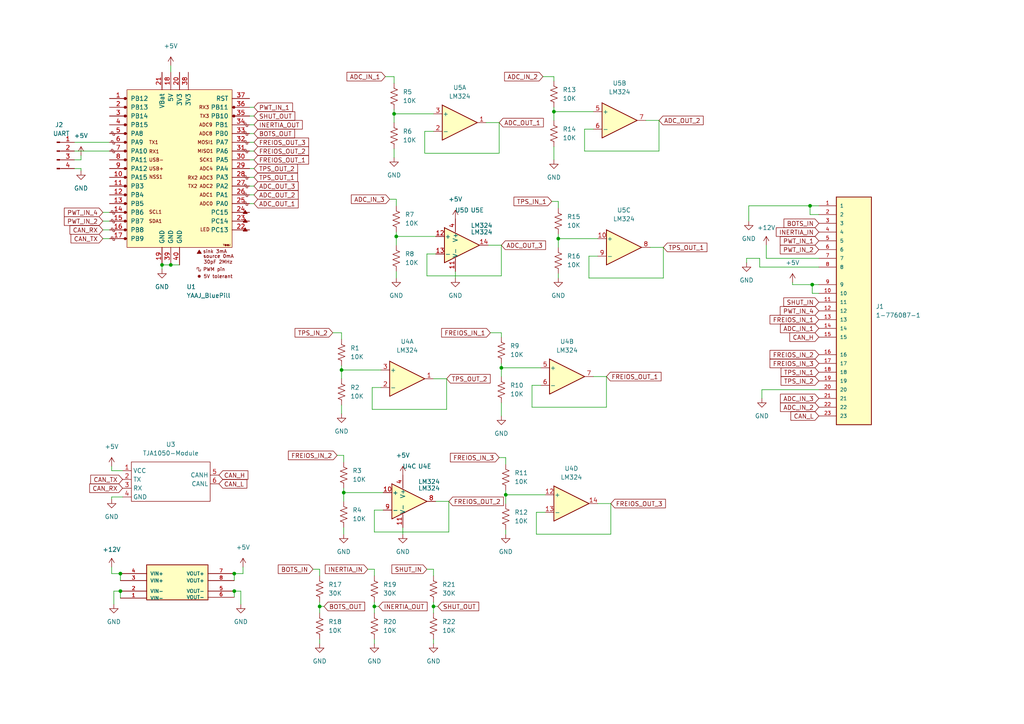
<source format=kicad_sch>
(kicad_sch (version 20211123) (generator eeschema)
  (paper "A4")
  (lib_symbols
    (symbol "1-776087-1:1-776087-1" (pin_names (offset 1.016))
      (property "Reference" "J" (at -5.08 33.7058 0))
      (property "Value" "1-776087-1" (at -5.08 -35.56 0))
      (symbol "1-776087-1_0_0"
        (rectangle (start -5.08 -33.02) (end 5.08 33.02) (stroke (width 0.254)) (fill (type background)))
        (pin passive line (at -10.16 30.48 0) (length 5.08) (name "1") (number "1"))
        (pin passive line (at -10.16 5.08 0) (length 5.08) (name "10") (number "10"))
        (pin passive line (at -10.16 2.54 0) (length 5.08) (name "11") (number "11"))
        (pin passive line (at -10.16 0 0) (length 5.08) (name "12") (number "12"))
        (pin passive line (at -10.16 -2.54 0) (length 5.08) (name "13") (number "13"))
        (pin passive line (at -10.16 -5.08 0) (length 5.08) (name "14") (number "14"))
        (pin passive line (at -10.16 -7.62 0) (length 5.08) (name "15") (number "15"))
        (pin passive line (at -10.16 -12.7 0) (length 5.08) (name "16") (number "16"))
        (pin passive line (at -10.16 -15.24 0) (length 5.08) (name "17") (number "17"))
        (pin passive line (at -10.16 -17.78 0) (length 5.08) (name "18") (number "18"))
        (pin passive line (at -10.16 -20.32 0) (length 5.08) (name "19") (number "19"))
        (pin passive line (at -10.16 27.94 0) (length 5.08) (name "2") (number "2"))
        (pin passive line (at -10.16 -22.86 0) (length 5.08) (name "20") (number "20"))
        (pin passive line (at -10.16 -25.4 0) (length 5.08) (name "21") (number "21"))
        (pin passive line (at -10.16 -27.94 0) (length 5.08) (name "22") (number "22"))
        (pin passive line (at -10.16 -30.48 0) (length 5.08) (name "23") (number "23"))
        (pin passive line (at -10.16 25.4 0) (length 5.08) (name "3") (number "3"))
        (pin passive line (at -10.16 22.86 0) (length 5.08) (name "4") (number "4"))
        (pin passive line (at -10.16 20.32 0) (length 5.08) (name "5") (number "5"))
        (pin passive line (at -10.16 17.78 0) (length 5.08) (name "6") (number "6"))
        (pin passive line (at -10.16 15.24 0) (length 5.08) (name "7") (number "7"))
        (pin passive line (at -10.16 12.7 0) (length 5.08) (name "8") (number "8"))
        (pin passive line (at -10.16 7.62 0) (length 5.08) (name "9") (number "9"))
      )
    )
    (symbol "Amplifier_Operational:LM324" (pin_names (offset 0.127))
      (property "Reference" "U" (at 0 5.08 0))
      (property "Value" "LM324" (at 0 -5.08 0))
      (symbol "LM324_1_1"
        (polyline (pts (xy -5.08 5.08) (xy 5.08 0) (xy -5.08 -5.08) (xy -5.08 5.08)) (stroke (width 0.254)) (fill (type background)))
        (pin output line (at 7.62 0 180) (length 2.54) (name "~") (number "1"))
        (pin input line (at -7.62 -2.54 0) (length 2.54) (name "-") (number "2"))
        (pin input line (at -7.62 2.54 0) (length 2.54) (name "+") (number "3"))
      )
      (symbol "LM324_2_1"
        (polyline (pts (xy -5.08 5.08) (xy 5.08 0) (xy -5.08 -5.08) (xy -5.08 5.08)) (stroke (width 0.254)) (fill (type background)))
        (pin input line (at -7.62 2.54 0) (length 2.54) (name "+") (number "5"))
        (pin input line (at -7.62 -2.54 0) (length 2.54) (name "-") (number "6"))
        (pin output line (at 7.62 0 180) (length 2.54) (name "~") (number "7"))
      )
      (symbol "LM324_3_1"
        (polyline (pts (xy -5.08 5.08) (xy 5.08 0) (xy -5.08 -5.08) (xy -5.08 5.08)) (stroke (width 0.254)) (fill (type background)))
        (pin input line (at -7.62 2.54 0) (length 2.54) (name "+") (number "10"))
        (pin output line (at 7.62 0 180) (length 2.54) (name "~") (number "8"))
        (pin input line (at -7.62 -2.54 0) (length 2.54) (name "-") (number "9"))
      )
      (symbol "LM324_4_1"
        (polyline (pts (xy -5.08 5.08) (xy 5.08 0) (xy -5.08 -5.08) (xy -5.08 5.08)) (stroke (width 0.254)) (fill (type background)))
        (pin input line (at -7.62 2.54 0) (length 2.54) (name "+") (number "12"))
        (pin input line (at -7.62 -2.54 0) (length 2.54) (name "-") (number "13"))
        (pin output line (at 7.62 0 180) (length 2.54) (name "~") (number "14"))
      )
      (symbol "LM324_5_1"
        (pin power_in line (at -2.54 -7.62 90) (length 3.81) (name "V-") (number "11"))
        (pin power_in line (at -2.54 7.62 270) (length 3.81) (name "V+") (number "4"))
      )
    )
    (symbol "Cheetah:TJA1050-Module"
      (property "Reference" "U" (at 1.27 -1.27 0))
      (property "Value" "TJA1050-Module" (at 8.89 -3.81 0))
      (symbol "TJA1050-Module_0_1"
        (rectangle (start 0 11.43) (end 22.86 0) (stroke (width 0.1524)))
      )
      (symbol "TJA1050-Module_1_1"
        (pin passive line (at -2.54 8.89 0) (length 2.54) (name "VCC") (number "1"))
        (pin passive line (at -2.54 6.35 0) (length 2.54) (name "TX") (number "2"))
        (pin passive line (at -2.54 3.81 0) (length 2.54) (name "RX") (number "3"))
        (pin passive line (at -2.54 1.27 0) (length 2.54) (name "GND") (number "4"))
        (pin passive line (at 25.4 7.62 180) (length 2.54) (name "CANH") (number "5"))
        (pin passive line (at 25.4 5.08 180) (length 2.54) (name "CANL") (number "6"))
      )
    )
    (symbol "Connector:Conn_01x04_Male" (pin_names (offset 1.016) hide)
      (property "Reference" "J" (at 0 5.08 0))
      (property "Value" "Conn_01x04_Male" (at 0 -7.62 0))
      (symbol "Conn_01x04_Male_1_1"
        (polyline (pts (xy 1.27 -5.08) (xy 0.8636 -5.08)) (stroke (width 0.1524)))
        (polyline (pts (xy 1.27 -2.54) (xy 0.8636 -2.54)) (stroke (width 0.1524)))
        (polyline (pts (xy 1.27 0) (xy 0.8636 0)) (stroke (width 0.1524)))
        (polyline (pts (xy 1.27 2.54) (xy 0.8636 2.54)) (stroke (width 0.1524)))
        (rectangle (start 0.8636 -4.953) (end 0 -5.207) (stroke (width 0.1524)) (fill (type outline)))
        (rectangle (start 0.8636 -2.413) (end 0 -2.667) (stroke (width 0.1524)) (fill (type outline)))
        (rectangle (start 0.8636 0.127) (end 0 -0.127) (stroke (width 0.1524)) (fill (type outline)))
        (rectangle (start 0.8636 2.667) (end 0 2.413) (stroke (width 0.1524)) (fill (type outline)))
        (pin passive line (at 5.08 2.54 180) (length 3.81) (name "Pin_1") (number "1"))
        (pin passive line (at 5.08 0 180) (length 3.81) (name "Pin_2") (number "2"))
        (pin passive line (at 5.08 -2.54 180) (length 3.81) (name "Pin_3") (number "3"))
        (pin passive line (at 5.08 -5.08 180) (length 3.81) (name "Pin_4") (number "4"))
      )
    )
    (symbol "Device:R_US" (pin_numbers hide) (pin_names (offset 0))
      (property "Reference" "R" (at 2.54 0 90))
      (property "Value" "R_US" (at -2.54 0 90))
      (symbol "R_US_0_1"
        (polyline (pts (xy 0 -2.286) (xy 0 -2.54)))
        (polyline (pts (xy 0 2.286) (xy 0 2.54)))
        (polyline (pts (xy 0 -0.762) (xy 1.016 -1.143) (xy 0 -1.524) (xy -1.016 -1.905) (xy 0 -2.286)))
        (polyline (pts (xy 0 0.762) (xy 1.016 0.381) (xy 0 0) (xy -1.016 -0.381) (xy 0 -0.762)))
        (polyline (pts (xy 0 2.286) (xy 1.016 1.905) (xy 0 1.524) (xy -1.016 1.143) (xy 0 0.762)))
      )
      (symbol "R_US_1_1"
        (pin passive line (at 0 3.81 270) (length 1.27) (name "~") (number "1"))
        (pin passive line (at 0 -3.81 90) (length 1.27) (name "~") (number "2"))
      )
    )
    (symbol "MP1584:MP1584" (pin_names (offset 1.016))
      (symbol "MP1584_0_0"
        (rectangle (start -7.62 -5.08) (end 10.16 5.08) (stroke (width 0.254)) (fill (type background)))
        (pin input line (at -15.24 -4.572 0) (length 7.62) (name "VIN-") (number "1"))
        (pin input line (at -15.24 -2.54 0) (length 7.62) (name "VIN-") (number "2"))
        (pin input line (at -15.24 0.508 0) (length 7.62) (name "VIN+") (number "3"))
        (pin input line (at -15.24 2.54 0) (length 7.62) (name "VIN+") (number "4"))
        (pin output line (at 17.78 -2.54 180) (length 7.62) (name "VOUT-") (number "5"))
        (pin output line (at 17.78 -4.318 180) (length 7.62) (name "VOUT-") (number "6"))
        (pin output line (at 17.78 2.54 180) (length 7.62) (name "VOUT+") (number "7"))
        (pin output line (at 17.78 0.508 180) (length 7.62) (name "VOUT+") (number "8"))
      )
    )
    (symbol "YAAJ_BluePill:YAAJ_BluePill" (pin_names (offset 1.016))
      (property "Reference" "U" (at -13.97 24.13 0))
      (property "Value" "YAAJ_BluePill" (at 0 6.35 90))
      (symbol "YAAJ_BluePill_0_0"
        (circle (center -15.748 -20.32) (radius 0.3556) (fill (type outline)))
        (circle (center -15.748 -17.78) (radius 0.3556) (fill (type outline)))
        (circle (center -15.748 -15.24) (radius 0.3556) (fill (type outline)))
        (circle (center -15.748 -12.7) (radius 0.3556) (fill (type outline)))
        (circle (center -15.748 -10.16) (radius 0.3556) (fill (type outline)))
        (circle (center -15.748 -7.62) (radius 0.3556) (fill (type outline)))
        (circle (center -15.748 -5.08) (radius 0.3556) (fill (type outline)))
        (circle (center -15.748 -2.54) (radius 0.3556) (fill (type outline)))
        (circle (center -15.748 0) (radius 0.3556) (fill (type outline)))
        (circle (center -15.748 2.54) (radius 0.3556) (fill (type outline)))
        (circle (center -15.748 5.08) (radius 0.3556) (fill (type outline)))
        (circle (center -15.748 7.62) (radius 0.3556) (fill (type outline)))
        (circle (center -15.748 10.16) (radius 0.3556) (fill (type outline)))
        (circle (center -15.748 12.7) (radius 0.3556) (fill (type outline)))
        (circle (center -15.748 15.24) (radius 0.3556) (fill (type outline)))
        (circle (center -15.748 20.32) (radius 0.3556) (fill (type outline)))
        (polyline (pts (xy 5.08 -24.638) (xy 5.715 -23.622) (xy 6.35 -24.638) (xy 5.08 -24.638) (xy 5.715 -23.749) (xy 6.223 -24.638) (xy 5.207 -24.511) (xy 5.715 -23.876) (xy 6.096 -24.638) (xy 5.334 -24.384) (xy 5.842 -24.003) (xy 5.969 -24.638) (xy 5.461 -24.257) (xy 5.969 -24.13) (xy 5.842 -24.511) (xy 5.588 -24.257) (xy 5.842 -24.384) (xy 5.715 -24.13)))
        (polyline (pts (xy 18.415 -18.161) (xy 19.05 -17.145) (xy 19.685 -18.161) (xy 18.415 -18.161) (xy 19.05 -17.272) (xy 19.558 -18.161) (xy 18.542 -18.034) (xy 19.05 -17.399) (xy 19.431 -18.161) (xy 18.669 -17.907) (xy 19.177 -17.526) (xy 19.304 -18.161) (xy 18.796 -17.78) (xy 19.304 -17.653) (xy 19.177 -18.034) (xy 18.923 -17.78) (xy 19.177 -17.907) (xy 19.05 -17.653)))
        (polyline (pts (xy 18.415 -15.621) (xy 19.05 -14.605) (xy 19.685 -15.621) (xy 18.415 -15.621) (xy 19.05 -14.732) (xy 19.558 -15.621) (xy 18.542 -15.494) (xy 19.05 -14.859) (xy 19.431 -15.621) (xy 18.669 -15.367) (xy 19.177 -14.986) (xy 19.304 -15.621) (xy 18.796 -15.24) (xy 19.304 -15.113) (xy 19.177 -15.494) (xy 18.923 -15.24) (xy 19.177 -15.367) (xy 19.05 -15.113)))
        (polyline (pts (xy 18.415 -13.081) (xy 19.05 -12.065) (xy 19.685 -13.081) (xy 18.415 -13.081) (xy 19.05 -12.192) (xy 19.558 -13.081) (xy 18.542 -12.954) (xy 19.05 -12.319) (xy 19.431 -13.081) (xy 18.669 -12.827) (xy 19.177 -12.446) (xy 19.304 -13.081) (xy 18.796 -12.7) (xy 19.304 -12.573) (xy 19.177 -12.954) (xy 18.923 -12.7) (xy 19.177 -12.827) (xy 19.05 -12.573)))
        (circle (center 5.715 -31.242) (radius 0.127) (fill (type outline)))
        (circle (center 5.715 -31.242) (radius 0.254))
        (circle (center 5.715 -31.242) (radius 0.3556))
        (circle (center 15.748 15.24) (radius 0.254) (fill (type outline)))
        (circle (center 15.748 15.24) (radius 0.3556))
        (circle (center 15.748 17.78) (radius 0.254) (fill (type outline)))
        (circle (center 15.748 17.78) (radius 0.3556))
        (text "30pF 2MHz" (at 11.176 -27.051 0) (effects (font (size 0.9906 0.9906))))
        (text "5V tolerant" (at 11.176 -31.242 0) (effects (font (size 0.9906 0.9906))))
        (text "ADC0" (at 7.747 -10.16 0) (effects (font (size 0.9906 0.9906))))
        (text "ADC1" (at 7.747 -7.62 0) (effects (font (size 0.9906 0.9906))))
        (text "ADC2" (at 7.747 -5.08 0) (effects (font (size 0.9906 0.9906))))
        (text "ADC3" (at 7.747 -2.667 0) (effects (font (size 0.9906 0.9906))))
        (text "ADC4" (at 7.747 0 0) (effects (font (size 0.9906 0.9906))))
        (text "ADC8" (at 7.62 10.16 0) (effects (font (size 0.9906 0.9906))))
        (text "ADC9" (at 7.62 12.7 0) (effects (font (size 0.9906 0.9906))))
        (text "LED" (at 7.366 -17.653 0) (effects (font (size 0.9906 0.9906))))
        (text "MISO1" (at 7.493 5.08 0) (effects (font (size 0.9906 0.9906))))
        (text "MOSI1" (at 7.493 7.62 0) (effects (font (size 0.9906 0.9906))))
        (text "NSS1" (at -6.858 -2.413 0) (effects (font (size 0.9906 0.9906))))
        (text "PWM pin" (at 10.033 -29.21 0) (effects (font (size 0.9906 0.9906))))
        (text "RX1" (at -7.366 4.953 0) (effects (font (size 0.9906 0.9906))))
        (text "RX2" (at 3.81 -2.667 0) (effects (font (size 0.9906 0.9906))))
        (text "RX3" (at 7.112 17.78 0) (effects (font (size 0.9906 0.9906))))
        (text "SCK1" (at 7.747 2.54 0) (effects (font (size 0.9906 0.9906))))
        (text "SCL1" (at -6.985 -12.573 0) (effects (font (size 0.9906 0.9906))))
        (text "SDA1" (at -6.985 -15.24 0) (effects (font (size 0.9906 0.9906))))
        (text "sink 3mA" (at 10.287 -24.003 0) (effects (font (size 0.9906 0.9906))))
        (text "source 0mA" (at 11.303 -25.4 0) (effects (font (size 0.9906 0.9906))))
        (text "TX1" (at -7.493 7.62 0) (effects (font (size 0.9906 0.9906))))
        (text "TX2" (at 3.81 -5.08 0) (effects (font (size 0.9906 0.9906))))
        (text "TX3" (at 7.239 15.24 0) (effects (font (size 0.9906 0.9906))))
        (text "USB+" (at -6.731 0 0) (effects (font (size 0.9906 0.9906))))
        (text "USB-" (at -6.731 2.54 0) (effects (font (size 0.9906 0.9906))))
        (text "Y@@J" (at 13.6906 -22.1488 0) (effects (font (size 0.508 0.508))))
      )
      (symbol "YAAJ_BluePill_0_1"
        (rectangle (start -15.24 22.86) (end 15.24 -22.86) (fill (type background)))
        (polyline (pts (xy -18.796 -20.32) (xy -18.796 -20.828) (xy -19.304 -20.828) (xy -19.304 -19.812) (xy -19.812 -19.812) (xy -19.812 -20.32)))
        (polyline (pts (xy -18.796 -17.78) (xy -18.796 -18.288) (xy -19.304 -18.288) (xy -19.304 -17.272) (xy -19.812 -17.272) (xy -19.812 -17.78)))
        (polyline (pts (xy -18.796 -15.24) (xy -18.796 -15.748) (xy -19.304 -15.748) (xy -19.304 -14.732) (xy -19.812 -14.732) (xy -19.812 -15.24)))
        (polyline (pts (xy -18.796 -12.7) (xy -18.796 -13.208) (xy -19.304 -13.208) (xy -19.304 -12.192) (xy -19.812 -12.192) (xy -19.812 -12.7)))
        (polyline (pts (xy -18.796 5.08) (xy -18.796 4.572) (xy -19.304 4.572) (xy -19.304 5.588) (xy -19.812 5.588) (xy -19.812 5.08)))
        (polyline (pts (xy -18.796 7.62) (xy -18.796 7.112) (xy -19.304 7.112) (xy -19.304 8.128) (xy -19.812 8.128) (xy -19.812 7.62)))
        (polyline (pts (xy -18.796 10.16) (xy -18.796 9.652) (xy -19.304 9.652) (xy -19.304 10.668) (xy -19.812 10.668) (xy -19.812 10.16)))
        (polyline (pts (xy 6.096 -29.21) (xy 6.096 -29.718) (xy 5.588 -29.718) (xy 5.588 -28.702) (xy 5.08 -28.702) (xy 5.08 -29.21)))
        (polyline (pts (xy 19.812 -10.16) (xy 19.812 -10.668) (xy 19.304 -10.668) (xy 19.304 -9.652) (xy 18.796 -9.652) (xy 18.796 -10.16)))
        (polyline (pts (xy 19.812 -7.62) (xy 19.812 -8.128) (xy 19.304 -8.128) (xy 19.304 -7.112) (xy 18.796 -7.112) (xy 18.796 -7.62)))
        (polyline (pts (xy 19.812 -5.08) (xy 19.812 -5.588) (xy 19.304 -5.588) (xy 19.304 -4.572) (xy 18.796 -4.572) (xy 18.796 -5.08)))
        (polyline (pts (xy 19.812 -2.54) (xy 19.812 -3.048) (xy 19.304 -3.048) (xy 19.304 -2.032) (xy 18.796 -2.032) (xy 18.796 -2.54)))
        (polyline (pts (xy 19.812 5.08) (xy 19.812 4.572) (xy 19.304 4.572) (xy 19.304 5.588) (xy 18.796 5.588) (xy 18.796 5.08)))
        (polyline (pts (xy 19.812 7.62) (xy 19.812 7.112) (xy 19.304 7.112) (xy 19.304 8.128) (xy 18.796 8.128) (xy 18.796 7.62)))
        (polyline (pts (xy 19.812 10.16) (xy 19.812 9.652) (xy 19.304 9.652) (xy 19.304 10.668) (xy 18.796 10.668) (xy 18.796 10.16)))
        (polyline (pts (xy 19.812 12.7) (xy 19.812 12.192) (xy 19.304 12.192) (xy 19.304 13.208) (xy 18.796 13.208) (xy 18.796 12.7)))
      )
      (symbol "YAAJ_BluePill_1_1"
        (circle (center -15.748 17.78) (radius 0.3556) (fill (type outline)))
        (pin bidirectional line (at -20.32 20.32 0) (length 5.08) (name "PB12") (number "1"))
        (pin bidirectional line (at -20.32 -2.54 0) (length 5.08) (name "PA15") (number "10"))
        (pin bidirectional line (at -20.32 -5.08 0) (length 5.08) (name "PB3") (number "11"))
        (pin bidirectional line (at -20.32 -7.62 0) (length 5.08) (name "PB4") (number "12"))
        (pin bidirectional line (at -20.32 -10.16 0) (length 5.08) (name "PB5") (number "13"))
        (pin bidirectional line (at -20.32 -12.7 0) (length 5.08) (name "PB6") (number "14"))
        (pin bidirectional line (at -20.32 -15.24 0) (length 5.08) (name "PB7") (number "15"))
        (pin bidirectional line (at -20.32 -17.78 0) (length 5.08) (name "PB8") (number "16"))
        (pin bidirectional line (at -20.32 -20.32 0) (length 5.08) (name "PB9") (number "17"))
        (pin power_in line (at -2.54 27.94 270) (length 5.08) (name "5V") (number "18"))
        (pin power_in line (at -5.08 -27.94 90) (length 5.08) (name "GND") (number "19"))
        (pin bidirectional line (at -20.32 17.78 0) (length 5.08) (name "PB13") (number "2"))
        (pin power_in line (at 0 27.94 270) (length 5.08) (name "3V3") (number "20"))
        (pin power_in line (at -5.08 27.94 270) (length 5.08) (name "VBat") (number "21"))
        (pin bidirectional line (at 20.32 -17.78 180) (length 5.08) (name "PC13") (number "22"))
        (pin bidirectional line (at 20.32 -15.24 180) (length 5.08) (name "PC14") (number "23"))
        (pin bidirectional line (at 20.32 -12.7 180) (length 5.08) (name "PC15") (number "24"))
        (pin bidirectional line (at 20.32 -10.16 180) (length 5.08) (name "PA0") (number "25"))
        (pin bidirectional line (at 20.32 -7.62 180) (length 5.08) (name "PA1") (number "26"))
        (pin bidirectional line (at 20.32 -5.08 180) (length 5.08) (name "PA2") (number "27"))
        (pin bidirectional line (at 20.32 -2.54 180) (length 5.08) (name "PA3") (number "28"))
        (pin bidirectional line (at 20.32 0 180) (length 5.08) (name "PA4") (number "29"))
        (pin bidirectional line (at -20.32 15.24 0) (length 5.08) (name "PB14") (number "3"))
        (pin bidirectional line (at 20.32 2.54 180) (length 5.08) (name "PA5") (number "30"))
        (pin bidirectional line (at 20.32 5.08 180) (length 5.08) (name "PA6") (number "31"))
        (pin bidirectional line (at 20.32 7.62 180) (length 5.08) (name "PA7") (number "32"))
        (pin bidirectional line (at 20.32 10.16 180) (length 5.08) (name "PB0") (number "33"))
        (pin bidirectional line (at 20.32 12.7 180) (length 5.08) (name "PB1") (number "34"))
        (pin bidirectional line (at 20.32 15.24 180) (length 5.08) (name "PB10") (number "35"))
        (pin bidirectional line (at 20.32 17.78 180) (length 5.08) (name "PB11") (number "36"))
        (pin input line (at 20.32 20.32 180) (length 5.08) (name "RST") (number "37"))
        (pin power_in line (at 2.54 27.94 270) (length 5.08) (name "3V3") (number "38"))
        (pin power_in line (at -2.54 -27.94 90) (length 5.08) (name "GND") (number "39"))
        (pin bidirectional line (at -20.32 12.7 0) (length 5.08) (name "PB15") (number "4"))
        (pin power_in line (at 0 -27.94 90) (length 5.08) (name "GND") (number "40"))
        (pin bidirectional line (at -20.32 10.16 0) (length 5.08) (name "PA8") (number "5"))
        (pin bidirectional line (at -20.32 7.62 0) (length 5.08) (name "PA9") (number "6"))
        (pin bidirectional line (at -20.32 5.08 0) (length 5.08) (name "PA10") (number "7"))
        (pin bidirectional line (at -20.32 2.54 0) (length 5.08) (name "PA11") (number "8"))
        (pin bidirectional line (at -20.32 0 0) (length 5.08) (name "PA12") (number "9"))
      )
    )
    (symbol "power:+12V" (power) (pin_names (offset 0))
      (property "Value" "+12V" (at 0 3.556 0))
      (symbol "+12V_0_1"
        (polyline (pts (xy -0.762 1.27) (xy 0 2.54)))
        (polyline (pts (xy 0 0) (xy 0 2.54)))
        (polyline (pts (xy 0 2.54) (xy 0.762 1.27)))
      )
      (symbol "+12V_1_1"
        (pin power_in line (at 0 0 90) (length 0) hide (name "+12V") (number "1"))
      )
    )
    (symbol "power:+5V" (power) (pin_names (offset 0))
      (property "Value" "+5V" (at 0 3.556 0))
      (symbol "+5V_0_1"
        (polyline (pts (xy -0.762 1.27) (xy 0 2.54)))
        (polyline (pts (xy 0 0) (xy 0 2.54)))
        (polyline (pts (xy 0 2.54) (xy 0.762 1.27)))
      )
      (symbol "+5V_1_1"
        (pin power_in line (at 0 0 90) (length 0) hide (name "+5V") (number "1"))
      )
    )
    (symbol "power:GND" (power) (pin_names (offset 0))
      (property "Value" "GND" (at 0 -3.81 0))
      (symbol "GND_0_1"
        (polyline (pts (xy 0 0) (xy 0 -1.27) (xy 1.27 -1.27) (xy 0 -2.54) (xy -1.27 -1.27) (xy 0 -1.27)))
      )
      (symbol "GND_1_1"
        (pin power_in line (at 0 0 270) (length 0) hide (name "GND") (number "1"))
      )
    )
  )
  (junction (at 99.06 107.315))
  (junction (at 146.685 143.51))
  (junction (at 34.925 171.45))
  (junction (at 49.53 76.835))
  (junction (at 114.935 68.58))
  (junction (at 145.415 106.68))
  (junction (at 67.945 166.37))
  (junction (at 67.945 171.45))
  (junction (at 108.585 175.895))
  (junction (at 92.71 175.895))
  (junction (at 46.99 76.835))
  (junction (at 160.655 32.385))
  (junction (at 161.925 69.215))
  (junction (at 99.695 142.875))
  (junction (at 34.925 166.37))
  (junction (at 114.3 33.02))
  (junction (at 235.585 82.55))
  (junction (at 234.95 59.69))
  (junction (at 125.73 175.895))
  (wire (pts (xy 234.95 59.69) (xy 237.49 59.69)))
  (wire (pts (xy 96.52 96.52) (xy 99.06 96.52)))
  (wire (pts (xy 177.165 154.94) (xy 155.575 154.94)))
  (wire (pts (xy 188.595 71.755) (xy 192.405 71.755)))
  (wire (pts (xy 69.85 175.26) (xy 69.85 171.45)))
  (wire (pts (xy 192.405 80.645) (xy 170.815 80.645)))
  (wire (pts (xy 90.805 165.1) (xy 92.71 165.1)))
  (wire (pts (xy 144.78 44.45) (xy 123.19 44.45)))
  (wire (pts (xy 175.895 109.22) (xy 175.895 118.11)))
  (wire (pts (xy 125.73 185.42) (xy 125.73 186.69)))
  (wire (pts (xy 146.685 132.715) (xy 146.685 134.62)))
  (wire (pts (xy 160.655 32.385) (xy 160.655 31.115)))
  (wire (pts (xy 170.815 74.295) (xy 173.355 74.295)))
  (wire (pts (xy 92.71 174.625) (xy 92.71 175.895)))
  (wire (pts (xy 108.585 165.1) (xy 108.585 167.005)))
  (wire (pts (xy 126.365 68.58) (xy 114.935 68.58)))
  (wire (pts (xy 92.71 165.1) (xy 92.71 167.005)))
  (wire (pts (xy 220.98 115.57) (xy 220.98 113.03)))
  (wire (pts (xy 160.655 22.225) (xy 160.655 23.495)))
  (wire (pts (xy 33.02 175.26) (xy 33.02 171.45)))
  (wire (pts (xy 157.48 22.225) (xy 160.655 22.225)))
  (wire (pts (xy 21.59 43.815) (xy 31.75 43.815)))
  (wire (pts (xy 169.545 37.465) (xy 172.085 37.465)))
  (wire (pts (xy 146.685 153.67) (xy 146.685 154.94)))
  (wire (pts (xy 108.585 174.625) (xy 108.585 175.895)))
  (wire (pts (xy 173.355 69.215) (xy 161.925 69.215)))
  (wire (pts (xy 130.175 145.415) (xy 130.175 154.305)))
  (wire (pts (xy 114.3 33.02) (xy 114.3 31.75)))
  (wire (pts (xy 192.405 71.755) (xy 192.405 80.645)))
  (wire (pts (xy 111.125 142.875) (xy 99.695 142.875)))
  (wire (pts (xy 217.17 59.69) (xy 234.95 59.69)))
  (wire (pts (xy 116.84 153.035) (xy 116.84 154.94)))
  (wire (pts (xy 140.97 35.56) (xy 144.78 35.56)))
  (wire (pts (xy 72.39 43.815) (xy 73.66 43.815)))
  (wire (pts (xy 175.895 118.11) (xy 154.305 118.11)))
  (wire (pts (xy 29.845 66.675) (xy 31.75 66.675)))
  (wire (pts (xy 160.655 42.545) (xy 160.655 46.355)))
  (wire (pts (xy 32.385 144.145) (xy 35.56 144.145)))
  (wire (pts (xy 111.76 22.225) (xy 114.3 22.225)))
  (wire (pts (xy 29.845 61.595) (xy 31.75 61.595)))
  (wire (pts (xy 155.575 154.94) (xy 155.575 148.59)))
  (wire (pts (xy 161.925 69.215) (xy 161.925 71.755)))
  (wire (pts (xy 169.545 43.815) (xy 169.545 37.465)))
  (wire (pts (xy 114.3 22.225) (xy 114.3 24.13)))
  (wire (pts (xy 129.54 118.745) (xy 107.95 118.745)))
  (wire (pts (xy 49.53 19.05) (xy 49.53 20.955)))
  (wire (pts (xy 160.02 58.42) (xy 161.925 58.42)))
  (wire (pts (xy 72.39 38.735) (xy 73.66 38.735)))
  (wire (pts (xy 222.25 71.12) (xy 222.25 74.93)))
  (wire (pts (xy 229.87 82.55) (xy 235.585 82.55)))
  (wire (pts (xy 177.165 146.05) (xy 177.165 154.94)))
  (wire (pts (xy 108.585 185.42) (xy 108.585 186.69)))
  (wire (pts (xy 222.25 74.93) (xy 237.49 74.93)))
  (wire (pts (xy 144.78 35.56) (xy 144.78 44.45)))
  (wire (pts (xy 125.73 109.855) (xy 129.54 109.855)))
  (wire (pts (xy 114.935 78.74) (xy 114.935 80.645)))
  (wire (pts (xy 99.695 132.08) (xy 99.695 133.985)))
  (wire (pts (xy 237.49 62.23) (xy 234.95 62.23)))
  (wire (pts (xy 173.355 146.05) (xy 177.165 146.05)))
  (wire (pts (xy 107.95 112.395) (xy 110.49 112.395)))
  (wire (pts (xy 29.845 69.215) (xy 31.75 69.215)))
  (wire (pts (xy 99.06 96.52) (xy 99.06 98.425)))
  (wire (pts (xy 114.935 68.58) (xy 114.935 67.31)))
  (wire (pts (xy 72.39 31.115) (xy 73.66 31.115)))
  (wire (pts (xy 154.305 118.11) (xy 154.305 111.76)))
  (wire (pts (xy 99.695 142.875) (xy 99.695 141.605)))
  (wire (pts (xy 72.39 46.355) (xy 73.66 46.355)))
  (wire (pts (xy 72.39 59.055) (xy 73.66 59.055)))
  (wire (pts (xy 108.585 175.895) (xy 108.585 177.8)))
  (wire (pts (xy 23.495 49.53) (xy 23.495 48.895)))
  (wire (pts (xy 220.345 74.93) (xy 216.535 74.93)))
  (wire (pts (xy 235.585 85.09) (xy 235.585 82.55)))
  (wire (pts (xy 155.575 148.59) (xy 158.115 148.59)))
  (wire (pts (xy 32.385 166.37) (xy 34.925 166.37)))
  (wire (pts (xy 72.39 56.515) (xy 73.66 56.515)))
  (wire (pts (xy 110.49 107.315) (xy 99.06 107.315)))
  (wire (pts (xy 145.415 96.52) (xy 145.415 97.79)))
  (wire (pts (xy 125.73 174.625) (xy 125.73 175.895)))
  (wire (pts (xy 123.19 38.1) (xy 125.73 38.1)))
  (wire (pts (xy 125.73 33.02) (xy 114.3 33.02)))
  (wire (pts (xy 97.79 132.08) (xy 99.695 132.08)))
  (wire (pts (xy 146.685 143.51) (xy 146.685 146.05)))
  (wire (pts (xy 23.495 45.085) (xy 23.495 46.355)))
  (wire (pts (xy 114.935 68.58) (xy 114.935 71.12)))
  (wire (pts (xy 92.71 185.42) (xy 92.71 186.69)))
  (wire (pts (xy 158.115 143.51) (xy 146.685 143.51)))
  (wire (pts (xy 229.87 81.915) (xy 229.87 82.55)))
  (wire (pts (xy 123.825 80.01) (xy 123.825 73.66)))
  (wire (pts (xy 72.39 33.655) (xy 73.66 33.655)))
  (wire (pts (xy 35.56 136.525) (xy 32.385 136.525)))
  (wire (pts (xy 108.585 147.955) (xy 111.125 147.955)))
  (wire (pts (xy 154.305 111.76) (xy 156.845 111.76)))
  (wire (pts (xy 21.59 41.275) (xy 31.75 41.275)))
  (wire (pts (xy 145.415 80.01) (xy 123.825 80.01)))
  (wire (pts (xy 114.3 33.02) (xy 114.3 35.56)))
  (wire (pts (xy 32.385 164.465) (xy 32.385 166.37)))
  (wire (pts (xy 125.73 175.895) (xy 125.73 177.8)))
  (wire (pts (xy 108.585 175.895) (xy 109.855 175.895)))
  (wire (pts (xy 170.815 80.645) (xy 170.815 74.295)))
  (wire (pts (xy 72.39 51.435) (xy 73.66 51.435)))
  (wire (pts (xy 32.385 136.525) (xy 32.385 135.255)))
  (wire (pts (xy 161.925 69.215) (xy 161.925 67.945)))
  (wire (pts (xy 70.485 166.37) (xy 67.945 166.37)))
  (wire (pts (xy 145.415 106.68) (xy 145.415 109.22)))
  (wire (pts (xy 34.925 171.45) (xy 34.925 173.482)))
  (wire (pts (xy 67.945 171.45) (xy 67.945 173.228)))
  (wire (pts (xy 220.345 77.47) (xy 220.345 74.93)))
  (wire (pts (xy 23.495 48.895) (xy 21.59 48.895)))
  (wire (pts (xy 32.385 144.78) (xy 32.385 144.145)))
  (wire (pts (xy 99.695 142.875) (xy 99.695 145.415)))
  (wire (pts (xy 191.135 34.925) (xy 191.135 43.815)))
  (wire (pts (xy 72.39 41.275) (xy 73.66 41.275)))
  (wire (pts (xy 99.06 117.475) (xy 99.06 120.015)))
  (wire (pts (xy 141.605 71.12) (xy 145.415 71.12)))
  (wire (pts (xy 99.695 153.035) (xy 99.695 154.94)))
  (wire (pts (xy 220.98 113.03) (xy 237.49 113.03)))
  (wire (pts (xy 125.73 165.1) (xy 125.73 167.005)))
  (wire (pts (xy 46.99 76.835) (xy 46.99 78.105)))
  (wire (pts (xy 92.71 175.895) (xy 93.98 175.895)))
  (wire (pts (xy 34.925 166.37) (xy 34.925 168.402)))
  (wire (pts (xy 161.925 58.42) (xy 161.925 60.325)))
  (wire (pts (xy 107.95 118.745) (xy 107.95 112.395)))
  (wire (pts (xy 126.365 145.415) (xy 130.175 145.415)))
  (wire (pts (xy 161.925 79.375) (xy 161.925 80.645)))
  (wire (pts (xy 99.06 107.315) (xy 99.06 109.855)))
  (wire (pts (xy 132.08 78.74) (xy 132.08 80.645)))
  (wire (pts (xy 70.485 164.465) (xy 70.485 166.37)))
  (wire (pts (xy 49.53 76.835) (xy 52.07 76.835)))
  (wire (pts (xy 123.19 44.45) (xy 123.19 38.1)))
  (wire (pts (xy 69.85 171.45) (xy 67.945 171.45)))
  (wire (pts (xy 235.585 82.55) (xy 237.49 82.55)))
  (wire (pts (xy 114.3 43.18) (xy 114.3 45.72)))
  (wire (pts (xy 160.655 32.385) (xy 160.655 34.925)))
  (wire (pts (xy 129.54 109.855) (xy 129.54 118.745)))
  (wire (pts (xy 114.935 57.785) (xy 114.935 59.69)))
  (wire (pts (xy 187.325 34.925) (xy 191.135 34.925)))
  (wire (pts (xy 33.02 171.45) (xy 34.925 171.45)))
  (wire (pts (xy 146.685 143.51) (xy 146.685 142.24)))
  (wire (pts (xy 99.06 107.315) (xy 99.06 106.045)))
  (wire (pts (xy 23.495 46.355) (xy 21.59 46.355)))
  (wire (pts (xy 92.71 175.895) (xy 92.71 177.8)))
  (wire (pts (xy 72.39 53.975) (xy 73.66 53.975)))
  (wire (pts (xy 142.24 96.52) (xy 145.415 96.52)))
  (wire (pts (xy 113.03 57.785) (xy 114.935 57.785)))
  (wire (pts (xy 106.68 165.1) (xy 108.585 165.1)))
  (wire (pts (xy 237.49 85.09) (xy 235.585 85.09)))
  (wire (pts (xy 123.825 165.1) (xy 125.73 165.1)))
  (wire (pts (xy 234.95 62.23) (xy 234.95 59.69)))
  (wire (pts (xy 156.845 106.68) (xy 145.415 106.68)))
  (wire (pts (xy 216.535 74.93) (xy 216.535 76.2)))
  (wire (pts (xy 108.585 154.305) (xy 108.585 147.955)))
  (wire (pts (xy 144.78 132.715) (xy 146.685 132.715)))
  (wire (pts (xy 29.845 64.135) (xy 31.75 64.135)))
  (wire (pts (xy 72.39 36.195) (xy 73.66 36.195)))
  (wire (pts (xy 172.085 32.385) (xy 160.655 32.385)))
  (wire (pts (xy 217.17 64.135) (xy 217.17 59.69)))
  (wire (pts (xy 145.415 71.12) (xy 145.415 80.01)))
  (wire (pts (xy 145.415 116.84) (xy 145.415 120.65)))
  (wire (pts (xy 46.99 76.835) (xy 49.53 76.835)))
  (wire (pts (xy 145.415 106.68) (xy 145.415 105.41)))
  (wire (pts (xy 172.085 109.22) (xy 175.895 109.22)))
  (wire (pts (xy 130.175 154.305) (xy 108.585 154.305)))
  (wire (pts (xy 220.345 77.47) (xy 237.49 77.47)))
  (wire (pts (xy 191.135 43.815) (xy 169.545 43.815)))
  (wire (pts (xy 123.825 73.66) (xy 126.365 73.66)))
  (wire (pts (xy 67.945 166.37) (xy 67.945 168.402)))
  (wire (pts (xy 72.39 48.895) (xy 73.66 48.895)))
  (wire (pts (xy 125.73 175.895) (xy 127 175.895)))
  (global_label "ADC_OUT_1" (shape input) (at 144.78 35.56 0) (property "Referências entre as folhas" "${INTERSHEET_REFS}" (effects hide)))
  (global_label "CAN_TX" (shape input) (at 29.845 69.215 180) (property "Referências entre as folhas" "${INTERSHEET_REFS}" (effects hide)))
  (global_label "ADC_IN_1" (shape input) (at 111.76 22.225 180) (property "Referências entre as folhas" "${INTERSHEET_REFS}" (effects hide)))
  (global_label "FREIOS_OUT_3" (shape input) (at 177.165 146.05 0) (property "Referências entre as folhas" "${INTERSHEET_REFS}" (effects hide)))
  (global_label "PWT_IN_4" (shape input) (at 237.49 90.17 180) (property "Referências entre as folhas" "${INTERSHEET_REFS}" (effects hide)))
  (global_label "SHUT_IN" (shape input) (at 123.825 165.1 180) (property "Referências entre as folhas" "${INTERSHEET_REFS}" (effects hide)))
  (global_label "PWT_IN_1" (shape input) (at 237.49 69.85 180) (property "Referências entre as folhas" "${INTERSHEET_REFS}" (effects hide)))
  (global_label "FREIOS_OUT_1" (shape input) (at 73.66 46.355 0) (property "Referências entre as folhas" "${INTERSHEET_REFS}" (effects hide)))
  (global_label "ADC_OUT_2" (shape input) (at 73.66 56.515 0) (property "Referências entre as folhas" "${INTERSHEET_REFS}" (effects hide)))
  (global_label "FREIOS_IN_1" (shape input) (at 237.49 92.71 180) (property "Referências entre as folhas" "${INTERSHEET_REFS}" (effects hide)))
  (global_label "CAN_H" (shape input) (at 237.49 97.79 180) (property "Referências entre as folhas" "${INTERSHEET_REFS}" (effects hide)))
  (global_label "FREIOS_IN_3" (shape input) (at 237.49 105.41 180) (property "Referências entre as folhas" "${INTERSHEET_REFS}" (effects hide)))
  (global_label "BOTS_IN" (shape input) (at 237.49 64.77 180) (property "Referências entre as folhas" "${INTERSHEET_REFS}" (effects hide)))
  (global_label "TPS_IN_1" (shape input) (at 237.49 107.95 180) (property "Referências entre as folhas" "${INTERSHEET_REFS}" (effects hide)))
  (global_label "TPS_OUT_1" (shape input) (at 73.66 51.435 0) (property "Referências entre as folhas" "${INTERSHEET_REFS}" (effects hide)))
  (global_label "ADC_IN_2" (shape input) (at 157.48 22.225 180) (property "Referências entre as folhas" "${INTERSHEET_REFS}" (effects hide)))
  (global_label "FREIOS_OUT_1" (shape input) (at 175.895 109.22 0) (property "Referências entre as folhas" "${INTERSHEET_REFS}" (effects hide)))
  (global_label "BOTS_OUT" (shape input) (at 73.66 38.735 0) (property "Referências entre as folhas" "${INTERSHEET_REFS}" (effects hide)))
  (global_label "SHUT_IN" (shape input) (at 237.49 87.63 180) (property "Referências entre as folhas" "${INTERSHEET_REFS}" (effects hide)))
  (global_label "TPS_IN_2" (shape input) (at 96.52 96.52 180) (property "Referências entre as folhas" "${INTERSHEET_REFS}" (effects hide)))
  (global_label "CAN_L" (shape input) (at 63.5 140.335 0) (property "Referências entre as folhas" "${INTERSHEET_REFS}" (effects hide)))
  (global_label "ADC_IN_3" (shape input) (at 237.49 115.57 180) (property "Referências entre as folhas" "${INTERSHEET_REFS}" (effects hide)))
  (global_label "CAN_TX" (shape input) (at 35.56 139.065 180) (property "Referências entre as folhas" "${INTERSHEET_REFS}" (effects hide)))
  (global_label "PWT_IN_2" (shape input) (at 29.845 64.135 180) (property "Referências entre as folhas" "${INTERSHEET_REFS}" (effects hide)))
  (global_label "CAN_RX" (shape input) (at 35.56 141.605 180) (property "Referências entre as folhas" "${INTERSHEET_REFS}" (effects hide)))
  (global_label "TPS_IN_1" (shape input) (at 160.02 58.42 180) (property "Referências entre as folhas" "${INTERSHEET_REFS}" (effects hide)))
  (global_label "FREIOS_OUT_2" (shape input) (at 130.175 145.415 0) (property "Referências entre as folhas" "${INTERSHEET_REFS}" (effects hide)))
  (global_label "PWT_IN_4" (shape input) (at 29.845 61.595 180) (property "Referências entre as folhas" "${INTERSHEET_REFS}" (effects hide)))
  (global_label "TPS_IN_2" (shape input) (at 237.49 110.49 180) (property "Referências entre as folhas" "${INTERSHEET_REFS}" (effects hide)))
  (global_label "ADC_IN_2" (shape input) (at 237.49 118.11 180) (property "Referências entre as folhas" "${INTERSHEET_REFS}" (effects hide)))
  (global_label "FREIOS_IN_3" (shape input) (at 144.78 132.715 180) (property "Referências entre as folhas" "${INTERSHEET_REFS}" (effects hide)))
  (global_label "BOTS_OUT" (shape input) (at 93.98 175.895 0) (property "Referências entre as folhas" "${INTERSHEET_REFS}" (effects hide)))
  (global_label "INERTIA_IN" (shape input) (at 237.49 67.31 180) (property "Referências entre as folhas" "${INTERSHEET_REFS}" (effects hide)))
  (global_label "SHUT_OUT" (shape input) (at 127 175.895 0) (property "Referências entre as folhas" "${INTERSHEET_REFS}" (effects hide)))
  (global_label "FREIOS_OUT_2" (shape input) (at 73.66 43.815 0) (property "Referências entre as folhas" "${INTERSHEET_REFS}" (effects hide)))
  (global_label "TPS_OUT_1" (shape input) (at 192.405 71.755 0) (property "Referências entre as folhas" "${INTERSHEET_REFS}" (effects hide)))
  (global_label "CAN_L" (shape input) (at 237.49 120.65 180) (property "Referências entre as folhas" "${INTERSHEET_REFS}" (effects hide)))
  (global_label "ADC_OUT_3" (shape input) (at 145.415 71.12 0) (property "Referências entre as folhas" "${INTERSHEET_REFS}" (effects hide)))
  (global_label "BOTS_IN" (shape input) (at 90.805 165.1 180) (property "Referências entre as folhas" "${INTERSHEET_REFS}" (effects hide)))
  (global_label "FREIOS_IN_2" (shape input) (at 237.49 102.87 180) (property "Referências entre as folhas" "${INTERSHEET_REFS}" (effects hide)))
  (global_label "FREIOS_IN_2" (shape input) (at 97.79 132.08 180) (property "Referências entre as folhas" "${INTERSHEET_REFS}" (effects hide)))
  (global_label "ADC_OUT_1" (shape input) (at 73.66 59.055 0) (property "Referências entre as folhas" "${INTERSHEET_REFS}" (effects hide)))
  (global_label "ADC_IN_3" (shape input) (at 113.03 57.785 180) (property "Referências entre as folhas" "${INTERSHEET_REFS}" (effects hide)))
  (global_label "FREIOS_IN_1" (shape input) (at 142.24 96.52 180) (property "Referências entre as folhas" "${INTERSHEET_REFS}" (effects hide)))
  (global_label "PWT_IN_1" (shape input) (at 73.66 31.115 0) (property "Referências entre as folhas" "${INTERSHEET_REFS}" (effects hide)))
  (global_label "INERTIA_IN" (shape input) (at 106.68 165.1 180) (property "Referências entre as folhas" "${INTERSHEET_REFS}" (effects hide)))
  (global_label "CAN_RX" (shape input) (at 29.845 66.675 180) (property "Referências entre as folhas" "${INTERSHEET_REFS}" (effects hide)))
  (global_label "INERTIA_OUT" (shape input) (at 109.855 175.895 0) (property "Referências entre as folhas" "${INTERSHEET_REFS}" (effects hide)))
  (global_label "SHUT_OUT" (shape input) (at 73.66 33.655 0) (property "Referências entre as folhas" "${INTERSHEET_REFS}" (effects hide)))
  (global_label "TPS_OUT_2" (shape input) (at 73.66 48.895 0) (property "Referências entre as folhas" "${INTERSHEET_REFS}" (effects hide)))
  (global_label "ADC_OUT_2" (shape input) (at 191.135 34.925 0) (property "Referências entre as folhas" "${INTERSHEET_REFS}" (effects hide)))
  (global_label "FREIOS_OUT_3" (shape input) (at 73.66 41.275 0) (property "Referências entre as folhas" "${INTERSHEET_REFS}" (effects hide)))
  (global_label "INERTIA_OUT" (shape input) (at 73.66 36.195 0) (property "Referências entre as folhas" "${INTERSHEET_REFS}" (effects hide)))
  (global_label "ADC_OUT_3" (shape input) (at 73.66 53.975 0) (property "Referências entre as folhas" "${INTERSHEET_REFS}" (effects hide)))
  (global_label "CAN_H" (shape input) (at 63.5 137.795 0) (property "Referências entre as folhas" "${INTERSHEET_REFS}" (effects hide)))
  (global_label "PWT_IN_2" (shape input) (at 237.49 72.39 180) (property "Referências entre as folhas" "${INTERSHEET_REFS}" (effects hide)))
  (global_label "ADC_IN_1" (shape input) (at 237.49 95.25 180) (property "Referências entre as folhas" "${INTERSHEET_REFS}" (effects hide)))
  (global_label "TPS_OUT_2" (shape input) (at 129.54 109.855 0) (property "Referências entre as folhas" "${INTERSHEET_REFS}" (effects hide)))
  (symbol (lib_id "YAAJ_BluePill:YAAJ_BluePill") (at 52.07 48.895 0) (unit 1)
    (property "Reference" "U1" (at 54.0894 83.185 0) (effects (justify left)))
    (property "Value" "YAAJ_BluePill" (at 54.0894 85.725 0) (effects (justify left)))
    (property "Footprint" "STM32:YAAJ_BluePill_1" (effects hide))
  )
  (symbol (lib_id "power:+5V") (at 229.87 81.915 0) (unit 1)
    (property "Reference" "#PWR015" (effects hide))
    (property "Value" "+5V" (at 229.87 76.2 0))
  )
  (symbol (lib_id "Amplifier_Operational:LM324") (at 133.985 71.12 0) (unit 4)
    (property "Reference" "U5" (at 133.985 60.96 0))
    (property "Value" "LM324" (at 139.7 65.405 0))
    (property "Footprint" "Package_DIP:DIP-14_W7.62mm_LongPads" (effects hide))
    (property "Datasheet" "http://www.ti.com/lit/ds/symlink/lm2902-n.pdf" (effects hide))
  )
  (symbol (lib_id "Amplifier_Operational:LM324") (at 118.745 145.415 0) (unit 3)
    (property "Reference" "U4" (at 118.745 135.255 0))
    (property "Value" "LM324" (at 124.46 139.7 0))
    (property "Footprint" "Package_DIP:DIP-14_W7.62mm_LongPads" (effects hide))
    (property "Datasheet" "http://www.ti.com/lit/ds/symlink/lm2902-n.pdf" (effects hide))
  )
  (symbol (lib_id "Amplifier_Operational:LM324") (at 119.38 145.415 0) (unit 5)
    (property "Reference" "U4" (at 123.19 135.255 0))
    (property "Value" "LM324" (at 124.46 141.605 0))
    (property "Footprint" "Package_DIP:DIP-14_W7.62mm_LongPads" (effects hide))
    (property "Datasheet" "http://www.ti.com/lit/ds/symlink/lm2902-n.pdf" (effects hide))
  )
  (symbol (lib_id "power:GND") (at 145.415 120.65 0) (unit 1)
    (property "Reference" "#PWR07" (effects hide))
    (property "Value" "GND" (at 145.415 125.73 0))
  )
  (symbol (lib_id "Device:R_US") (at 145.415 113.03 0) (unit 1)
    (property "Reference" "R10" (at 147.955 111.7599 0) (effects (justify left)))
    (property "Value" "10K" (at 147.955 114.2999 0) (effects (justify left)))
    (property "Footprint" "Resistor_THT:R_Axial_DIN0207_L6.3mm_D2.5mm_P10.16mm_Horizontal" (effects hide))
  )
  (symbol (lib_id "power:+12V") (at 222.25 71.12 0) (unit 1)
    (property "Reference" "#PWR014" (effects hide))
    (property "Value" "+12V" (at 222.25 66.04 0))
  )
  (symbol (lib_id "power:+5V") (at 116.84 137.795 0) (unit 1)
    (property "Reference" "#PWR0102" (effects hide))
    (property "Value" "+5V" (at 116.84 132.08 0))
  )
  (symbol (lib_id "Device:R_US") (at 92.71 170.815 0) (unit 1)
    (property "Reference" "R17" (at 95.25 169.5449 0) (effects (justify left)))
    (property "Value" "30K" (at 95.25 172.0849 0) (effects (justify left)))
    (property "Footprint" "Resistor_THT:R_Axial_DIN0207_L6.3mm_D2.5mm_P10.16mm_Horizontal" (effects hide))
  )
  (symbol (lib_id "Device:R_US") (at 145.415 101.6 0) (unit 1)
    (property "Reference" "R9" (at 147.955 100.3299 0) (effects (justify left)))
    (property "Value" "10K" (at 147.955 102.8699 0) (effects (justify left)))
    (property "Footprint" "Resistor_THT:R_Axial_DIN0207_L6.3mm_D2.5mm_P10.16mm_Horizontal" (effects hide))
  )
  (symbol (lib_id "power:GND") (at 99.06 120.015 0) (unit 1)
    (property "Reference" "#PWR01" (effects hide))
    (property "Value" "GND" (at 99.06 125.095 0))
  )
  (symbol (lib_id "power:+5V") (at 32.385 135.255 0) (unit 1)
    (property "Reference" "#PWR0108" (effects hide))
    (property "Value" "+5V" (at 32.385 129.54 0))
  )
  (symbol (lib_id "Device:R_US") (at 114.3 39.37 0) (unit 1)
    (property "Reference" "R6" (at 116.84 38.0999 0) (effects (justify left)))
    (property "Value" "10K" (at 116.84 40.6399 0) (effects (justify left)))
    (property "Footprint" "Resistor_THT:R_Axial_DIN0207_L6.3mm_D2.5mm_P10.16mm_Horizontal" (effects hide))
  )
  (symbol (lib_id "power:GND") (at 116.84 154.94 0) (unit 1)
    (property "Reference" "#PWR05" (effects hide))
    (property "Value" "GND" (at 116.84 160.02 0))
  )
  (symbol (lib_id "Device:R_US") (at 160.655 38.735 0) (unit 1)
    (property "Reference" "R14" (at 163.195 37.4649 0) (effects (justify left)))
    (property "Value" "10K" (at 163.195 40.0049 0) (effects (justify left)))
    (property "Footprint" "Resistor_THT:R_Axial_DIN0207_L6.3mm_D2.5mm_P10.16mm_Horizontal" (effects hide))
  )
  (symbol (lib_id "power:GND") (at 146.685 154.94 0) (unit 1)
    (property "Reference" "#PWR08" (effects hide))
    (property "Value" "GND" (at 146.685 160.02 0))
  )
  (symbol (lib_id "power:GND") (at 99.695 154.94 0) (unit 1)
    (property "Reference" "#PWR02" (effects hide))
    (property "Value" "GND" (at 99.695 160.02 0))
  )
  (symbol (lib_id "power:GND") (at 160.655 46.355 0) (unit 1)
    (property "Reference" "#PWR09" (effects hide))
    (property "Value" "GND" (at 160.655 51.435 0))
  )
  (symbol (lib_id "power:+5V") (at 23.495 45.085 0) (unit 1)
    (property "Reference" "#PWR0113" (effects hide))
    (property "Value" "+5V" (at 23.495 39.37 0))
  )
  (symbol (lib_id "Amplifier_Operational:LM324") (at 133.35 35.56 0) (unit 1)
    (property "Reference" "U5" (at 133.35 25.4 0))
    (property "Value" "LM324" (at 133.35 27.94 0))
    (property "Footprint" "Package_DIP:DIP-14_W7.62mm_LongPads" (effects hide))
    (property "Datasheet" "http://www.ti.com/lit/ds/symlink/lm2902-n.pdf" (effects hide))
  )
  (symbol (lib_id "Amplifier_Operational:LM324") (at 165.735 146.05 0) (unit 4)
    (property "Reference" "U4" (at 165.735 135.89 0))
    (property "Value" "LM324" (at 165.735 138.43 0))
    (property "Footprint" "Package_DIP:DIP-14_W7.62mm_LongPads" (effects hide))
    (property "Datasheet" "http://www.ti.com/lit/ds/symlink/lm2902-n.pdf" (effects hide))
  )
  (symbol (lib_id "Device:R_US") (at 161.925 75.565 0) (unit 1)
    (property "Reference" "R16" (at 164.465 74.2949 0) (effects (justify left)))
    (property "Value" "10K" (at 164.465 76.8349 0) (effects (justify left)))
    (property "Footprint" "Resistor_THT:R_Axial_DIN0207_L6.3mm_D2.5mm_P10.16mm_Horizontal" (effects hide))
  )
  (symbol (lib_id "Amplifier_Operational:LM324") (at 164.465 109.22 0) (unit 2)
    (property "Reference" "U4" (at 164.465 99.06 0))
    (property "Value" "LM324" (at 164.465 101.6 0))
    (property "Footprint" "Package_DIP:DIP-14_W7.62mm_LongPads" (effects hide))
    (property "Datasheet" "http://www.ti.com/lit/ds/symlink/lm2902-n.pdf" (effects hide))
  )
  (symbol (lib_id "1-776087-1:1-776087-1") (at 247.65 90.17 0) (unit 1)
    (property "Reference" "J1" (at 254 88.8999 0) (effects (justify left)))
    (property "Value" "1-776087-1" (at 254 91.4399 0) (effects (justify left)))
    (property "Footprint" "TE_1-776087-1" (effects hide))
    (property "Comment" "1-776087-1" (effects hide))
    (property "EU_RoHS_Compliance" "Compliant" (effects hide))
  )
  (symbol (lib_id "power:GND") (at 217.17 64.135 0) (unit 1)
    (property "Reference" "#PWR012" (effects hide))
    (property "Value" "GND" (at 217.17 69.215 0))
  )
  (symbol (lib_id "Cheetah:TJA1050-Module") (at 38.1 145.415 0) (unit 1)
    (property "Reference" "U3" (at 49.53 128.905 0))
    (property "Value" "TJA1050-Module" (at 49.53 131.445 0))
    (property "Footprint" "Cheetah:TJA1050-Module" (effects hide))
  )
  (symbol (lib_id "MP1584:MP1584") (at 50.165 168.91 0) (unit 1)
    (property "Reference" "U2" (effects hide))
    (property "Value" "MP1584" (effects hide))
    (property "Footprint" "Cheetah:DC-BRICK" (effects hide))
  )
  (symbol (lib_id "Device:R_US") (at 125.73 181.61 0) (unit 1)
    (property "Reference" "R22" (at 128.27 180.3399 0) (effects (justify left)))
    (property "Value" "10K" (at 128.27 182.8799 0) (effects (justify left)))
    (property "Footprint" "Resistor_THT:R_Axial_DIN0207_L6.3mm_D2.5mm_P10.16mm_Horizontal" (effects hide))
  )
  (symbol (lib_id "power:GND") (at 220.98 115.57 0) (unit 1)
    (property "Reference" "#PWR013" (effects hide))
    (property "Value" "GND" (at 220.98 120.65 0))
  )
  (symbol (lib_id "Device:R_US") (at 92.71 181.61 0) (unit 1)
    (property "Reference" "R18" (at 95.25 180.3399 0) (effects (justify left)))
    (property "Value" "10K" (at 95.25 182.8799 0) (effects (justify left)))
    (property "Footprint" "Resistor_THT:R_Axial_DIN0207_L6.3mm_D2.5mm_P10.16mm_Horizontal" (effects hide))
  )
  (symbol (lib_id "power:+12V") (at 32.385 164.465 0) (unit 1)
    (property "Reference" "#PWR0106" (effects hide))
    (property "Value" "+12V" (at 32.385 159.385 0))
  )
  (symbol (lib_id "power:GND") (at 46.99 78.105 0) (unit 1)
    (property "Reference" "#PWR0112" (effects hide))
    (property "Value" "GND" (at 46.99 83.185 0))
  )
  (symbol (lib_id "Connector:Conn_01x04_Male") (at 16.51 43.815 0) (unit 1)
    (property "Reference" "J2" (at 17.145 36.195 0))
    (property "Value" "UART" (at 17.78 38.735 0))
    (property "Footprint" "Connector_PinHeader_2.54mm:PinHeader_1x04_P2.54mm_Vertical" (effects hide))
  )
  (symbol (lib_id "Device:R_US") (at 99.695 149.225 0) (unit 1)
    (property "Reference" "R4" (at 102.235 147.9549 0) (effects (justify left)))
    (property "Value" "10K" (at 102.235 150.4949 0) (effects (justify left)))
    (property "Footprint" "Resistor_THT:R_Axial_DIN0207_L6.3mm_D2.5mm_P10.16mm_Horizontal" (effects hide))
  )
  (symbol (lib_id "power:GND") (at 108.585 186.69 0) (unit 1)
    (property "Reference" "#PWR0110" (effects hide))
    (property "Value" "GND" (at 108.585 191.77 0))
  )
  (symbol (lib_id "Device:R_US") (at 146.685 149.86 0) (unit 1)
    (property "Reference" "R12" (at 149.225 148.5899 0) (effects (justify left)))
    (property "Value" "10K" (at 149.225 151.1299 0) (effects (justify left)))
    (property "Footprint" "Resistor_THT:R_Axial_DIN0207_L6.3mm_D2.5mm_P10.16mm_Horizontal" (effects hide))
  )
  (symbol (lib_id "power:+5V") (at 49.53 19.05 0) (unit 1)
    (property "Reference" "#PWR0114" (effects hide))
    (property "Value" "+5V" (at 49.53 13.335 0))
  )
  (symbol (lib_id "Amplifier_Operational:LM324") (at 134.62 71.12 0) (unit 5)
    (property "Reference" "U5" (at 138.43 60.96 0))
    (property "Value" "LM324" (at 139.7 67.31 0))
    (property "Footprint" "Package_DIP:DIP-14_W7.62mm_LongPads" (effects hide))
    (property "Datasheet" "http://www.ti.com/lit/ds/symlink/lm2902-n.pdf" (effects hide))
  )
  (symbol (lib_id "Device:R_US") (at 161.925 64.135 0) (unit 1)
    (property "Reference" "R15" (at 164.465 62.8649 0) (effects (justify left)))
    (property "Value" "10K" (at 164.465 65.4049 0) (effects (justify left)))
    (property "Footprint" "Resistor_THT:R_Axial_DIN0207_L6.3mm_D2.5mm_P10.16mm_Horizontal" (effects hide))
  )
  (symbol (lib_id "power:GND") (at 33.02 175.26 0) (unit 1)
    (property "Reference" "#PWR0104" (effects hide))
    (property "Value" "GND" (at 33.02 180.34 0))
  )
  (symbol (lib_id "Device:R_US") (at 160.655 27.305 0) (unit 1)
    (property "Reference" "R13" (at 163.195 26.0349 0) (effects (justify left)))
    (property "Value" "10K" (at 163.195 28.5749 0) (effects (justify left)))
    (property "Footprint" "Resistor_THT:R_Axial_DIN0207_L6.3mm_D2.5mm_P10.16mm_Horizontal" (effects hide))
  )
  (symbol (lib_id "Device:R_US") (at 99.06 102.235 0) (unit 1)
    (property "Reference" "R1" (at 101.6 100.9649 0) (effects (justify left)))
    (property "Value" "10K" (at 101.6 103.5049 0) (effects (justify left)))
    (property "Footprint" "Resistor_THT:R_Axial_DIN0207_L6.3mm_D2.5mm_P10.16mm_Horizontal" (effects hide))
  )
  (symbol (lib_id "Device:R_US") (at 99.06 113.665 0) (unit 1)
    (property "Reference" "R2" (at 101.6 112.3949 0) (effects (justify left)))
    (property "Value" "10K" (at 101.6 114.9349 0) (effects (justify left)))
    (property "Footprint" "Resistor_THT:R_Axial_DIN0207_L6.3mm_D2.5mm_P10.16mm_Horizontal" (effects hide))
  )
  (symbol (lib_id "power:GND") (at 216.535 76.2 0) (unit 1)
    (property "Reference" "#PWR011" (effects hide))
    (property "Value" "GND" (at 216.535 81.28 0))
  )
  (symbol (lib_id "power:GND") (at 161.925 80.645 0) (unit 1)
    (property "Reference" "#PWR010" (effects hide))
    (property "Value" "GND" (at 161.925 85.725 0))
  )
  (symbol (lib_id "power:+5V") (at 132.08 63.5 0) (unit 1)
    (property "Reference" "#PWR0101" (effects hide))
    (property "Value" "+5V" (at 132.08 57.785 0))
  )
  (symbol (lib_id "Device:R_US") (at 108.585 181.61 0) (unit 1)
    (property "Reference" "R20" (at 111.125 180.3399 0) (effects (justify left)))
    (property "Value" "10K" (at 111.125 182.8799 0) (effects (justify left)))
    (property "Footprint" "Resistor_THT:R_Axial_DIN0207_L6.3mm_D2.5mm_P10.16mm_Horizontal" (effects hide))
  )
  (symbol (lib_id "Device:R_US") (at 114.3 27.94 0) (unit 1)
    (property "Reference" "R5" (at 116.84 26.6699 0) (effects (justify left)))
    (property "Value" "10K" (at 116.84 29.2099 0) (effects (justify left)))
    (property "Footprint" "Resistor_THT:R_Axial_DIN0207_L6.3mm_D2.5mm_P10.16mm_Horizontal" (effects hide))
  )
  (symbol (lib_id "power:GND") (at 114.3 45.72 0) (unit 1)
    (property "Reference" "#PWR03" (effects hide))
    (property "Value" "GND" (at 114.3 50.8 0))
  )
  (symbol (lib_id "Amplifier_Operational:LM324") (at 118.11 109.855 0) (unit 1)
    (property "Reference" "U4" (at 118.11 99.06 0))
    (property "Value" "LM324" (at 118.11 101.6 0))
    (property "Footprint" "Package_DIP:DIP-14_W7.62mm_LongPads" (effects hide))
    (property "Datasheet" "http://www.ti.com/lit/ds/symlink/lm2902-n.pdf" (effects hide))
  )
  (symbol (lib_id "power:GND") (at 69.85 175.26 0) (unit 1)
    (property "Reference" "#PWR0103" (effects hide))
    (property "Value" "GND" (at 69.85 180.34 0))
  )
  (symbol (lib_id "Amplifier_Operational:LM324") (at 179.705 34.925 0) (unit 2)
    (property "Reference" "U5" (at 179.705 24.13 0))
    (property "Value" "LM324" (at 179.705 26.67 0))
    (property "Footprint" "Package_DIP:DIP-14_W7.62mm_LongPads" (effects hide))
    (property "Datasheet" "http://www.ti.com/lit/ds/symlink/lm2902-n.pdf" (effects hide))
  )
  (symbol (lib_id "Device:R_US") (at 108.585 170.815 0) (unit 1)
    (property "Reference" "R19" (at 111.125 169.5449 0) (effects (justify left)))
    (property "Value" "30K" (at 111.125 172.0849 0) (effects (justify left)))
    (property "Footprint" "Resistor_THT:R_Axial_DIN0207_L6.3mm_D2.5mm_P10.16mm_Horizontal" (effects hide))
  )
  (symbol (lib_id "power:GND") (at 125.73 186.69 0) (unit 1)
    (property "Reference" "#PWR0111" (effects hide))
    (property "Value" "GND" (at 125.73 191.77 0))
  )
  (symbol (lib_id "power:GND") (at 114.935 80.645 0) (unit 1)
    (property "Reference" "#PWR04" (effects hide))
    (property "Value" "GND" (at 114.935 85.725 0))
  )
  (symbol (lib_id "Device:R_US") (at 114.935 74.93 0) (unit 1)
    (property "Reference" "R8" (at 117.475 73.6599 0) (effects (justify left)))
    (property "Value" "10K" (at 117.475 76.1999 0) (effects (justify left)))
    (property "Footprint" "Resistor_THT:R_Axial_DIN0207_L6.3mm_D2.5mm_P10.16mm_Horizontal" (effects hide))
  )
  (symbol (lib_id "Device:R_US") (at 125.73 170.815 0) (unit 1)
    (property "Reference" "R21" (at 128.27 169.5449 0) (effects (justify left)))
    (property "Value" "30K" (at 128.27 172.0849 0) (effects (justify left)))
    (property "Footprint" "Resistor_THT:R_Axial_DIN0207_L6.3mm_D2.5mm_P10.16mm_Horizontal" (effects hide))
  )
  (symbol (lib_id "Device:R_US") (at 99.695 137.795 0) (unit 1)
    (property "Reference" "R3" (at 102.235 136.5249 0) (effects (justify left)))
    (property "Value" "10K" (at 102.235 139.0649 0) (effects (justify left)))
    (property "Footprint" "Resistor_THT:R_Axial_DIN0207_L6.3mm_D2.5mm_P10.16mm_Horizontal" (effects hide))
  )
  (symbol (lib_id "power:GND") (at 132.08 80.645 0) (unit 1)
    (property "Reference" "#PWR06" (effects hide))
    (property "Value" "GND" (at 132.08 85.725 0))
  )
  (symbol (lib_id "Device:R_US") (at 114.935 63.5 0) (unit 1)
    (property "Reference" "R7" (at 117.475 62.2299 0) (effects (justify left)))
    (property "Value" "10K" (at 117.475 64.7699 0) (effects (justify left)))
    (property "Footprint" "Resistor_THT:R_Axial_DIN0207_L6.3mm_D2.5mm_P10.16mm_Horizontal" (effects hide))
  )
  (symbol (lib_id "power:GND") (at 32.385 144.78 0) (unit 1)
    (property "Reference" "#PWR0107" (effects hide))
    (property "Value" "GND" (at 32.385 149.86 0))
  )
  (symbol (lib_id "Amplifier_Operational:LM324") (at 180.975 71.755 0) (unit 3)
    (property "Reference" "U5" (at 180.975 60.96 0))
    (property "Value" "LM324" (at 180.975 63.5 0))
    (property "Footprint" "Package_DIP:DIP-14_W7.62mm_LongPads" (effects hide))
    (property "Datasheet" "http://www.ti.com/lit/ds/symlink/lm2902-n.pdf" (effects hide))
  )
  (symbol (lib_id "power:GND") (at 92.71 186.69 0) (unit 1)
    (property "Reference" "#PWR0109" (effects hide))
    (property "Value" "GND" (at 92.71 191.77 0))
  )
  (symbol (lib_id "Device:R_US") (at 146.685 138.43 0) (unit 1)
    (property "Reference" "R11" (at 149.225 137.1599 0) (effects (justify left)))
    (property "Value" "10K" (at 149.225 139.6999 0) (effects (justify left)))
    (property "Footprint" "Resistor_THT:R_Axial_DIN0207_L6.3mm_D2.5mm_P10.16mm_Horizontal" (effects hide))
  )
  (symbol (lib_id "power:GND") (at 23.495 49.53 0) (unit 1)
    (property "Reference" "#PWR0115" (effects hide))
    (property "Value" "GND" (at 23.495 54.61 0))
  )
  (symbol (lib_id "power:+5V") (at 70.485 164.465 0) (unit 1)
    (property "Reference" "#PWR0105" (effects hide))
    (property "Value" "+5V" (at 70.485 158.75 0))
  )
)
</source>
